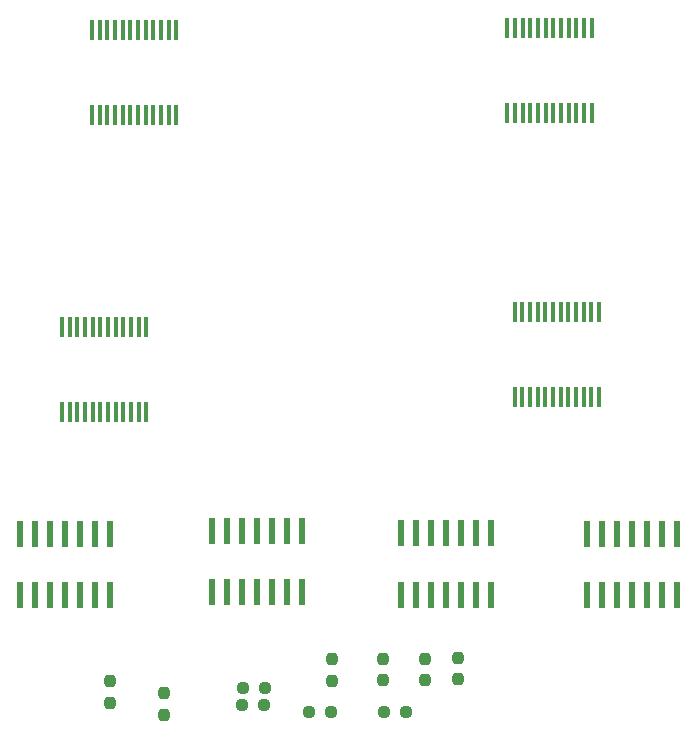
<source format=gbr>
%TF.GenerationSoftware,KiCad,Pcbnew,(7.0.0)*%
%TF.CreationDate,2024-02-29T14:00:02-03:00*%
%TF.ProjectId,pcb_peau_v1,7063625f-7065-4617-955f-76312e6b6963,rev?*%
%TF.SameCoordinates,Original*%
%TF.FileFunction,Paste,Top*%
%TF.FilePolarity,Positive*%
%FSLAX46Y46*%
G04 Gerber Fmt 4.6, Leading zero omitted, Abs format (unit mm)*
G04 Created by KiCad (PCBNEW (7.0.0)) date 2024-02-29 14:00:02*
%MOMM*%
%LPD*%
G01*
G04 APERTURE LIST*
G04 Aperture macros list*
%AMRoundRect*
0 Rectangle with rounded corners*
0 $1 Rounding radius*
0 $2 $3 $4 $5 $6 $7 $8 $9 X,Y pos of 4 corners*
0 Add a 4 corners polygon primitive as box body*
4,1,4,$2,$3,$4,$5,$6,$7,$8,$9,$2,$3,0*
0 Add four circle primitives for the rounded corners*
1,1,$1+$1,$2,$3*
1,1,$1+$1,$4,$5*
1,1,$1+$1,$6,$7*
1,1,$1+$1,$8,$9*
0 Add four rect primitives between the rounded corners*
20,1,$1+$1,$2,$3,$4,$5,0*
20,1,$1+$1,$4,$5,$6,$7,0*
20,1,$1+$1,$6,$7,$8,$9,0*
20,1,$1+$1,$8,$9,$2,$3,0*%
G04 Aperture macros list end*
%ADD10R,0.450000X1.750000*%
%ADD11RoundRect,0.237500X-0.237500X0.250000X-0.237500X-0.250000X0.237500X-0.250000X0.237500X0.250000X0*%
%ADD12R,0.600000X2.200000*%
%ADD13RoundRect,0.237500X0.250000X0.237500X-0.250000X0.237500X-0.250000X-0.237500X0.250000X-0.237500X0*%
%ADD14RoundRect,0.237500X-0.250000X-0.237500X0.250000X-0.237500X0.250000X0.237500X-0.250000X0.237500X0*%
%ADD15RoundRect,0.237500X0.237500X-0.250000X0.237500X0.250000X-0.237500X0.250000X-0.237500X-0.250000X0*%
G04 APERTURE END LIST*
D10*
%TO.C,U5*%
X222719999Y-87121999D03*
X223369999Y-87121999D03*
X224019999Y-87121999D03*
X224669999Y-87121999D03*
X225319999Y-87121999D03*
X225969999Y-87121999D03*
X226619999Y-87121999D03*
X227269999Y-87121999D03*
X227919999Y-87121999D03*
X228569999Y-87121999D03*
X229219999Y-87121999D03*
X229869999Y-87121999D03*
X229869999Y-79921999D03*
X229219999Y-79921999D03*
X228569999Y-79921999D03*
X227919999Y-79921999D03*
X227269999Y-79921999D03*
X226619999Y-79921999D03*
X225969999Y-79921999D03*
X225319999Y-79921999D03*
X224669999Y-79921999D03*
X224019999Y-79921999D03*
X223369999Y-79921999D03*
X222719999Y-79921999D03*
%TD*%
%TO.C,U6*%
X184384999Y-88435999D03*
X185034999Y-88435999D03*
X185684999Y-88435999D03*
X186334999Y-88435999D03*
X186984999Y-88435999D03*
X187634999Y-88435999D03*
X188284999Y-88435999D03*
X188934999Y-88435999D03*
X189584999Y-88435999D03*
X190234999Y-88435999D03*
X190884999Y-88435999D03*
X191534999Y-88435999D03*
X191534999Y-81235999D03*
X190884999Y-81235999D03*
X190234999Y-81235999D03*
X189584999Y-81235999D03*
X188934999Y-81235999D03*
X188284999Y-81235999D03*
X187634999Y-81235999D03*
X186984999Y-81235999D03*
X186334999Y-81235999D03*
X185684999Y-81235999D03*
X185034999Y-81235999D03*
X184384999Y-81235999D03*
%TD*%
D11*
%TO.C,R10*%
X188468000Y-113030000D03*
X188468000Y-111205000D03*
%TD*%
D10*
%TO.C,U3*%
X222099999Y-55879999D03*
X222749999Y-55879999D03*
X223399999Y-55879999D03*
X224049999Y-55879999D03*
X224699999Y-55879999D03*
X225349999Y-55879999D03*
X225999999Y-55879999D03*
X226649999Y-55879999D03*
X227299999Y-55879999D03*
X227949999Y-55879999D03*
X228599999Y-55879999D03*
X229249999Y-55879999D03*
X229249999Y-63079999D03*
X228599999Y-63079999D03*
X227949999Y-63079999D03*
X227299999Y-63079999D03*
X226649999Y-63079999D03*
X225999999Y-63079999D03*
X225349999Y-63079999D03*
X224699999Y-63079999D03*
X224049999Y-63079999D03*
X223399999Y-63079999D03*
X222749999Y-63079999D03*
X222099999Y-63079999D03*
%TD*%
D12*
%TO.C,U7*%
X188467999Y-98745999D03*
X187197999Y-98745999D03*
X185927999Y-98745999D03*
X184657999Y-98745999D03*
X183387999Y-98745999D03*
X182117999Y-98745999D03*
X180847999Y-98745999D03*
X180847999Y-103945999D03*
X182117999Y-103945999D03*
X183387999Y-103945999D03*
X184657999Y-103945999D03*
X185927999Y-103945999D03*
X187197999Y-103945999D03*
X188467999Y-103945999D03*
%TD*%
%TO.C,U8*%
X197103999Y-103691999D03*
X198373999Y-103691999D03*
X199643999Y-103691999D03*
X200913999Y-103691999D03*
X202183999Y-103691999D03*
X203453999Y-103691999D03*
X204723999Y-103691999D03*
X204723999Y-98491999D03*
X203453999Y-98491999D03*
X202183999Y-98491999D03*
X200913999Y-98491999D03*
X199643999Y-98491999D03*
X198373999Y-98491999D03*
X197103999Y-98491999D03*
%TD*%
D13*
%TO.C,R22*%
X207160500Y-113792000D03*
X205335500Y-113792000D03*
%TD*%
D12*
%TO.C,U2*%
X213105999Y-103885999D03*
X214375999Y-103885999D03*
X215645999Y-103885999D03*
X216915999Y-103885999D03*
X218185999Y-103885999D03*
X219455999Y-103885999D03*
X220725999Y-103885999D03*
X220725999Y-98685999D03*
X219455999Y-98685999D03*
X218185999Y-98685999D03*
X216915999Y-98685999D03*
X215645999Y-98685999D03*
X214375999Y-98685999D03*
X213105999Y-98685999D03*
%TD*%
D14*
%TO.C,R4*%
X211685500Y-113792000D03*
X213510500Y-113792000D03*
%TD*%
D12*
%TO.C,U9*%
X236473999Y-98745999D03*
X235203999Y-98745999D03*
X233933999Y-98745999D03*
X232663999Y-98745999D03*
X231393999Y-98745999D03*
X230123999Y-98745999D03*
X228853999Y-98745999D03*
X228853999Y-103945999D03*
X230123999Y-103945999D03*
X231393999Y-103945999D03*
X232663999Y-103945999D03*
X233933999Y-103945999D03*
X235203999Y-103945999D03*
X236473999Y-103945999D03*
%TD*%
D11*
%TO.C,R9*%
X211582000Y-109323500D03*
X211582000Y-111148500D03*
%TD*%
%TO.C,R8*%
X193040000Y-112221000D03*
X193040000Y-114046000D03*
%TD*%
%TO.C,R21*%
X217932000Y-109220000D03*
X217932000Y-111045000D03*
%TD*%
D15*
%TO.C,R23*%
X215138000Y-111148500D03*
X215138000Y-109323500D03*
%TD*%
D10*
%TO.C,U4*%
X186924999Y-56089999D03*
X187574999Y-56089999D03*
X188224999Y-56089999D03*
X188874999Y-56089999D03*
X189524999Y-56089999D03*
X190174999Y-56089999D03*
X190824999Y-56089999D03*
X191474999Y-56089999D03*
X192124999Y-56089999D03*
X192774999Y-56089999D03*
X193424999Y-56089999D03*
X194074999Y-56089999D03*
X194074999Y-63289999D03*
X193424999Y-63289999D03*
X192774999Y-63289999D03*
X192124999Y-63289999D03*
X191474999Y-63289999D03*
X190824999Y-63289999D03*
X190174999Y-63289999D03*
X189524999Y-63289999D03*
X188874999Y-63289999D03*
X188224999Y-63289999D03*
X187574999Y-63289999D03*
X186924999Y-63289999D03*
%TD*%
D15*
%TO.C,R11*%
X207264000Y-111195500D03*
X207264000Y-109370500D03*
%TD*%
D14*
%TO.C,R20*%
X199747500Y-111760000D03*
X201572500Y-111760000D03*
%TD*%
D13*
%TO.C,R25*%
X201485000Y-113222500D03*
X199660000Y-113222500D03*
%TD*%
M02*

</source>
